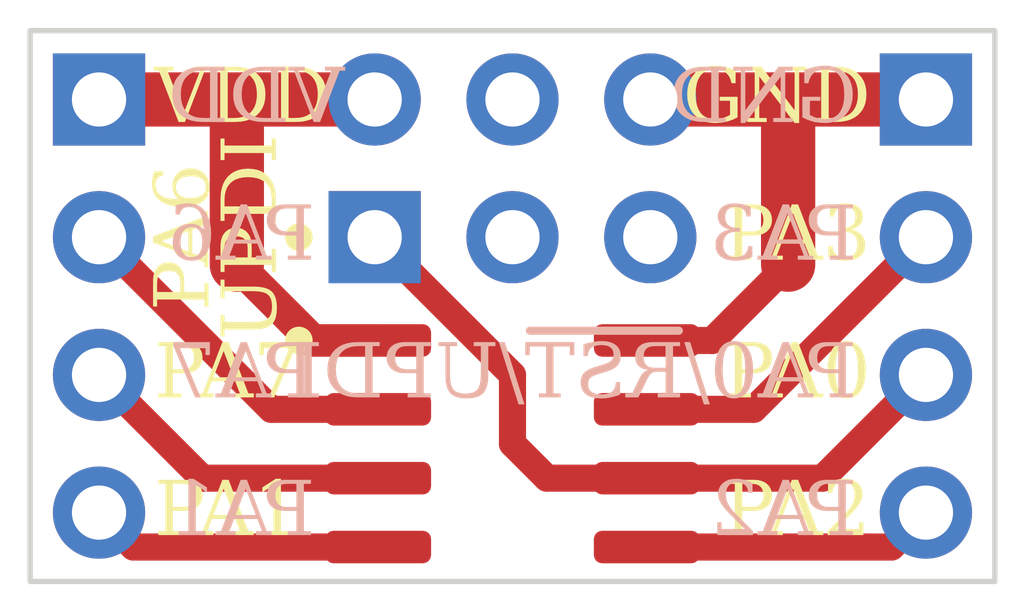
<source format=kicad_pcb>
(kicad_pcb (version 20221018) (generator pcbnew)
  (layers (0 "F.Cu" signal) (31 "B.Cu" signal) (34 "B.Paste" user) (35 "F.Paste" user) (36 "B.SilkS" user "B.Silkscreen") (37 "F.SilkS" user "F.Silkscreen") (38 "B.Mask" user) (39 "F.Mask" user) (44 "Edge.Cuts" user))
  (net 0 "")
  (net 1 "VDD")
  (net 2 "Net-(J2-Pin_2)")
  (net 3 "Net-(J2-Pin_3)")
  (net 4 "Net-(J2-Pin_4)")
  (net 5 "Net-(J1-Pin_4)")
  (net 6 "Net-(J1-Pin_3)")
  (net 7 "Net-(J1-Pin_2)")
  (net 8 "GND")
  (footprint "Connector_PinHeader_2.54mm:PinHeader_2x03_P2.54mm_Vertical" (layer "F.Cu") (at 142.24 124.46 90)
    (fp_text reference "J3" hide)
    (fp_text value "Conn_02x03_Odd_Even" hide)
    (fp_circle (center 0 -1.397) (end 0.254 -1.397) (fill solid) (layer "F.SilkS"))
    (pad "1" thru_hole rect (at 0 0 90) (size 1.7 1.7) (drill 1) (layers "*.Cu" "*.Mask") (net 6 "Net-(J1-Pin_3)"))
    (pad "2" thru_hole oval (at 2.54 0 90) (size 1.7 1.7) (drill 1) (layers "*.Cu" "*.Mask") (net 1 "VDD"))
    (pad "3" thru_hole oval (at 0 2.54 90) (size 1.7 1.7) (drill 1) (layers "*.Cu" "*.Mask"))
    (pad "4" thru_hole oval (at 2.54 2.54 90) (size 1.7 1.7) (drill 1) (layers "*.Cu" "*.Mask"))
    (pad "5" thru_hole oval (at 0 5.08 90) (size 1.7 1.7) (drill 1) (layers "*.Cu" "*.Mask"))
    (pad "6" thru_hole oval (at 2.54 5.08 90) (size 1.7 1.7) (drill 1) (layers "*.Cu" "*.Mask") (net 8 "GND"))
  )
  (footprint "Package_SO:SOIC-8_3.9x4.9mm_P1.27mm" (layer "F.Cu") (at 144.78 128.27)
    (fp_text reference "U1" hide)
    (fp_text value "ATtiny202/402" hide)
    (fp_circle (center -3.937 -1.905) (end -3.683 -1.905) (fill solid) (layer "F.SilkS"))
    (pad "1" smd roundrect (at -2.475 -1.905) (size 1.95 0.6) (layers "F.Cu" "F.Paste" "F.Mask") (net 1 "VDD"))
    (pad "2" smd roundrect (at -2.475 -0.635) (size 1.95 0.6) (layers "F.Cu" "F.Paste" "F.Mask") (net 2 "Net-(J2-Pin_2)"))
    (pad "3" smd roundrect (at -2.475 0.635) (size 1.95 0.6) (layers "F.Cu" "F.Paste" "F.Mask") (net 3 "Net-(J2-Pin_3)"))
    (pad "4" smd roundrect (at -2.475 1.905) (size 1.95 0.6) (layers "F.Cu" "F.Paste" "F.Mask") (net 4 "Net-(J2-Pin_4)"))
    (pad "5" smd roundrect (at 2.475 1.905) (size 1.95 0.6) (layers "F.Cu" "F.Paste" "F.Mask") (net 5 "Net-(J1-Pin_4)"))
    (pad "6" smd roundrect (at 2.475 0.635) (size 1.95 0.6) (layers "F.Cu" "F.Paste" "F.Mask") (net 6 "Net-(J1-Pin_3)"))
    (pad "7" smd roundrect (at 2.475 -0.635) (size 1.95 0.6) (layers "F.Cu" "F.Paste" "F.Mask") (net 7 "Net-(J1-Pin_2)"))
    (pad "8" smd roundrect (at 2.475 -1.905) (size 1.95 0.6) (layers "F.Cu" "F.Paste" "F.Mask") (net 8 "GND"))
  )
  (footprint "Connector_PinHeader_2.54mm:PinHeader_1x04_P2.54mm_Vertical" (layer "B.Cu") (at 137.16 121.92 180)
    (fp_text reference "J2" hide)
    (fp_text value "Conn_01x04" hide)
    (pad "1" thru_hole rect (at 0 0 180) (size 1.7 1.7) (drill 1) (layers "*.Cu" "*.Mask") (net 1 "VDD"))
    (pad "2" thru_hole oval (at 0 -2.54 180) (size 1.7 1.7) (drill 1) (layers "*.Cu" "*.Mask") (net 2 "Net-(J2-Pin_2)"))
    (pad "3" thru_hole oval (at 0 -5.08 180) (size 1.7 1.7) (drill 1) (layers "*.Cu" "*.Mask") (net 3 "Net-(J2-Pin_3)"))
    (pad "4" thru_hole oval (at 0 -7.62 180) (size 1.7 1.7) (drill 1) (layers "*.Cu" "*.Mask") (net 4 "Net-(J2-Pin_4)"))
  )
  (footprint "Connector_PinHeader_2.54mm:PinHeader_1x04_P2.54mm_Vertical" (layer "B.Cu") (at 152.4 121.92 180)
    (fp_text reference "J1" hide)
    (fp_text value "Conn_01x04" hide)
    (pad "1" thru_hole rect (at 0 0 180) (size 1.7 1.7) (drill 1) (layers "*.Cu" "*.Mask") (net 8 "GND"))
    (pad "2" thru_hole oval (at 0 -2.54 180) (size 1.7 1.7) (drill 1) (layers "*.Cu" "*.Mask") (net 7 "Net-(J1-Pin_2)"))
    (pad "3" thru_hole oval (at 0 -5.08 180) (size 1.7 1.7) (drill 1) (layers "*.Cu" "*.Mask") (net 6 "Net-(J1-Pin_3)"))
    (pad "4" thru_hole oval (at 0 -7.62 180) (size 1.7 1.7) (drill 1) (layers "*.Cu" "*.Mask") (net 5 "Net-(J1-Pin_4)"))
  )
  (gr_rect (start 135.89 120.65) (end 153.67 130.81) (stroke (width 0.1)) (fill none) (layer "Edge.Cuts"))
  (gr_text "GND" (at 151.13 121.92) (layer "B.SilkS") (effects (font (size 1 1)) (justify left mirror)))
  (gr_text "PA3\n" (at 151.13 124.46) (layer "B.SilkS") (effects (font (size 1 1)) (justify left mirror)))
  (gr_text "PA0/~{RST}/UPDI\n" (at 151.13 127) (layer "B.SilkS") (effects (font (size 1 1)) (justify left mirror)))
  (gr_text "PA6" (at 138.43 124.46) (layer "B.SilkS") (effects (font (size 1 1)) (justify right mirror)))
  (gr_text "PA1" (at 138.43 129.54) (layer "B.SilkS") (effects (font (size 1 1)) (justify right mirror)))
  (gr_text "PA2" (at 151.13 129.54) (layer "B.SilkS") (effects (font (size 1 1)) (justify left mirror)))
  (gr_text "PA7" (at 138.43 127) (layer "B.SilkS") (effects (font (size 1 1)) (justify right mirror)))
  (gr_text "VDD" (at 138.43 121.92) (layer "B.SilkS") (effects (font (size 1 1)) (justify right mirror)))
  (gr_text "PA3\n" (at 151.384 124.46) (layer "F.SilkS") (effects (font (size 1 1)) (justify right)))
  (gr_text "PA1" (at 138.176 129.54) (layer "F.SilkS") (effects (font (size 1 1)) (justify left)))
  (gr_text "PA0" (at 151.384 127) (layer "F.SilkS") (effects (font (size 1 1)) (justify right)))
  (gr_text "PA6" (at 138.176 124.46 90) (layer "F.SilkS") (effects (font (size 1 1)) (justify top)))
  (gr_text "UPDI" (at 140.589 124.46 90) (layer "F.SilkS") (effects (font (size 1 1)) (justify bottom)))
  (gr_text "PA7" (at 138.176 127) (layer "F.SilkS") (effects (font (size 1 1)) (justify left)))
  (gr_text "GND" (at 151.384 121.92) (layer "F.SilkS") (effects (font (size 1 1)) (justify right)))
  (gr_text "PA2" (at 151.384 129.54) (layer "F.SilkS") (effects (font (size 1 1)) (justify right)))
  (gr_text "VDD" (at 138.176 121.92) (layer "F.SilkS") (effects (font (size 1 1)) (justify left)))
  (segment (start 140.716 125.984) (end 139.7 124.968) (width 0.6) (layer "F.Cu") (net 1))
  (segment (start 141.097 126.365) (end 140.716 125.984) (width 0.6) (layer "F.Cu") (net 1))
  (segment (start 142.305 126.365) (end 141.097 126.365) (width 0.6) (layer "F.Cu") (net 1))
  (segment (start 139.7 124.968) (end 139.7 121.92) (width 1) (layer "F.Cu") (net 1))
  (segment (start 137.16 121.92) (end 142.24 121.92) (width 1) (layer "F.Cu") (net 1))
  (segment (start 142.305 127.635) (end 140.335 127.635) (width 0.5) (layer "F.Cu") (net 2))
  (segment (start 140.335 127.635) (end 137.16 124.46) (width 0.5) (layer "F.Cu") (net 2))
  (segment (start 139.065 128.905) (end 137.16 127) (width 0.5) (layer "F.Cu") (net 3))
  (segment (start 142.305 128.905) (end 139.065 128.905) (width 0.5) (layer "F.Cu") (net 3))
  (segment (start 142.305 130.175) (end 137.795 130.175) (width 0.5) (layer "F.Cu") (net 4))
  (segment (start 137.795 130.175) (end 137.16 129.54) (width 0.5) (layer "F.Cu") (net 4))
  (segment (start 147.255 130.175) (end 151.765 130.175) (width 0.5) (layer "F.Cu") (net 5))
  (segment (start 151.765 130.175) (end 152.4 129.54) (width 0.5) (layer "F.Cu") (net 5))
  (segment (start 144.78 128.27) (end 144.78 127) (width 0.5) (layer "F.Cu") (net 6))
  (segment (start 150.495 128.905) (end 152.4 127) (width 0.5) (layer "F.Cu") (net 6))
  (segment (start 147.255 128.905) (end 150.495 128.905) (width 0.5) (layer "F.Cu") (net 6))
  (segment (start 144.78 127) (end 142.24 124.46) (width 0.5) (layer "F.Cu") (net 6))
  (segment (start 145.415 128.905) (end 144.78 128.27) (width 0.5) (layer "F.Cu") (net 6))
  (segment (start 147.255 128.905) (end 145.415 128.905) (width 0.5) (layer "F.Cu") (net 6))
  (segment (start 149.225 127.635) (end 152.4 124.46) (width 0.5) (layer "F.Cu") (net 7))
  (segment (start 147.255 127.635) (end 149.225 127.635) (width 0.5) (layer "F.Cu") (net 7))
  (segment (start 152.4 121.92) (end 147.32 121.92) (width 1) (layer "F.Cu") (net 8))
  (segment (start 149.86 121.92) (end 149.86 124.968) (width 1) (layer "F.Cu") (net 8))
  (segment (start 147.255 126.365) (end 148.463 126.365) (width 0.5) (layer "F.Cu") (net 8))
  (segment (start 148.463 126.365) (end 148.844 125.984) (width 0.5) (layer "F.Cu") (net 8))
  (segment (start 148.844 125.984) (end 149.86 124.968) (width 0.5) (layer "F.Cu") (net 8))
)
</source>
